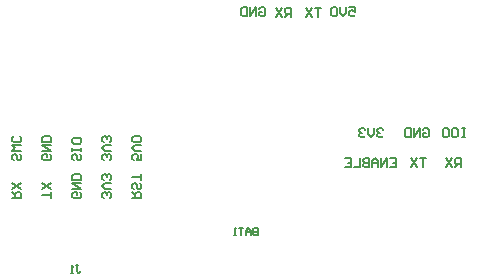
<source format=gbr>
%TF.GenerationSoftware,Altium Limited,Altium Designer,20.1.8 (145)*%
G04 Layer_Color=65535*
%FSLAX45Y45*%
%MOMM*%
%TF.SameCoordinates,106D5BB1-83B8-4C97-8579-1C7B844FC3FF*%
%TF.FilePolarity,Positive*%
%TF.FileFunction,Legend,Bot*%
%TF.Part,Single*%
G01*
G75*
%TA.AperFunction,NonConductor*%
%ADD36C,0.15240*%
%ADD37C,0.12700*%
D36*
X2586204Y2313626D02*
X2598899Y2326322D01*
X2624291D01*
X2636987Y2313626D01*
Y2262843D01*
X2624291Y2250147D01*
X2598899D01*
X2586204Y2262843D01*
Y2288234D01*
X2611595D01*
X2560812Y2250147D02*
Y2326322D01*
X2510028Y2250147D01*
Y2326322D01*
X2484636D02*
Y2250147D01*
X2446549D01*
X2433853Y2262843D01*
Y2313626D01*
X2446549Y2326322D01*
X2484636D01*
X2852899Y2247900D02*
Y2324075D01*
X2814811D01*
X2802116Y2311379D01*
Y2285988D01*
X2814811Y2273292D01*
X2852899D01*
X2827507D02*
X2802116Y2247900D01*
X2776724Y2324075D02*
X2725940Y2247900D01*
Y2324075D02*
X2776724Y2247900D01*
X3106899Y2324075D02*
X3056116D01*
X3081507D01*
Y2247900D01*
X3030724Y2324075D02*
X2979940Y2247900D01*
Y2324075D02*
X3030724Y2247900D01*
X3348204Y2326322D02*
X3398987D01*
Y2288235D01*
X3373595Y2300930D01*
X3360899D01*
X3348204Y2288235D01*
Y2262843D01*
X3360899Y2250147D01*
X3386291D01*
X3398987Y2262843D01*
X3322812Y2326322D02*
Y2275539D01*
X3297420Y2250147D01*
X3272028Y2275539D01*
Y2326322D01*
X3246636Y2313626D02*
X3233940Y2326322D01*
X3208549D01*
X3195853Y2313626D01*
Y2262843D01*
X3208549Y2250147D01*
X3233940D01*
X3246636Y2262843D01*
Y2313626D01*
X3635174Y1290486D02*
X3622478Y1303182D01*
X3597086D01*
X3584390Y1290486D01*
Y1277790D01*
X3597086Y1265094D01*
X3609782D01*
X3597086D01*
X3584390Y1252398D01*
Y1239702D01*
X3597086Y1227006D01*
X3622478D01*
X3635174Y1239702D01*
X3558998Y1303182D02*
Y1252398D01*
X3533606Y1227006D01*
X3508215Y1252398D01*
Y1303182D01*
X3482823Y1290486D02*
X3470127Y1303182D01*
X3444735D01*
X3432039Y1290486D01*
Y1277790D01*
X3444735Y1265094D01*
X3457431D01*
X3444735D01*
X3432039Y1252398D01*
Y1239702D01*
X3444735Y1227006D01*
X3470127D01*
X3482823Y1239702D01*
X3967583Y1290486D02*
X3980279Y1303182D01*
X4005671D01*
X4018367Y1290486D01*
Y1239702D01*
X4005671Y1227006D01*
X3980279D01*
X3967583Y1239702D01*
Y1265094D01*
X3992975D01*
X3942191Y1227006D02*
Y1303182D01*
X3891408Y1227006D01*
Y1303182D01*
X3866016D02*
Y1227006D01*
X3827928D01*
X3815232Y1239702D01*
Y1290486D01*
X3827928Y1303182D01*
X3866016D01*
X4328825D02*
X4303434D01*
X4316130D01*
Y1227006D01*
X4328825D01*
X4303434D01*
X4227258Y1303182D02*
X4252650D01*
X4265346Y1290486D01*
Y1239702D01*
X4252650Y1227006D01*
X4227258D01*
X4214563Y1239702D01*
Y1290486D01*
X4227258Y1303182D01*
X4189171Y1290486D02*
X4176475Y1303182D01*
X4151083D01*
X4138387Y1290486D01*
Y1239702D01*
X4151083Y1227006D01*
X4176475D01*
X4189171Y1239702D01*
Y1290486D01*
X4292894Y973106D02*
Y1049282D01*
X4254807D01*
X4242111Y1036586D01*
Y1011194D01*
X4254807Y998498D01*
X4292894D01*
X4267503D02*
X4242111Y973106D01*
X4216719Y1049282D02*
X4165936Y973106D01*
Y1049282D02*
X4216719Y973106D01*
X3992894Y1049282D02*
X3942111D01*
X3967503D01*
Y973106D01*
X3916719Y1049282D02*
X3865936Y973106D01*
Y1049282D02*
X3916719Y973106D01*
X3694462Y1049282D02*
X3745245D01*
Y973106D01*
X3694462D01*
X3745245Y1011194D02*
X3719853D01*
X3669070Y973106D02*
Y1049282D01*
X3618286Y973106D01*
Y1049282D01*
X3592895Y973106D02*
Y1023890D01*
X3567503Y1049282D01*
X3542111Y1023890D01*
Y973106D01*
Y1011194D01*
X3592895D01*
X3516719Y1049282D02*
Y973106D01*
X3478631D01*
X3465936Y985802D01*
Y998498D01*
X3478631Y1011194D01*
X3516719D01*
X3478631D01*
X3465936Y1023890D01*
Y1036586D01*
X3478631Y1049282D01*
X3516719D01*
X3440544D02*
Y973106D01*
X3389760D01*
X3313585Y1049282D02*
X3364368D01*
Y973106D01*
X3313585D01*
X3364368Y1011194D02*
X3338977D01*
X558461Y1080797D02*
X571157Y1068101D01*
Y1042709D01*
X558461Y1030013D01*
X545765D01*
X533069Y1042709D01*
Y1068101D01*
X520373Y1080797D01*
X507677D01*
X494981Y1068101D01*
Y1042709D01*
X507677Y1030013D01*
X571157Y1106189D02*
X494981D01*
X520373Y1131580D01*
X494981Y1156972D01*
X571157D01*
X558461Y1233147D02*
X571157Y1220452D01*
Y1195060D01*
X558461Y1182364D01*
X507677D01*
X494981Y1195060D01*
Y1220452D01*
X507677Y1233147D01*
X812461Y1080797D02*
X825157Y1068101D01*
Y1042709D01*
X812461Y1030013D01*
X761677D01*
X748981Y1042709D01*
Y1068101D01*
X761677Y1080797D01*
X787069D01*
Y1055405D01*
X748981Y1106189D02*
X825157D01*
X748981Y1156972D01*
X825157D01*
Y1182364D02*
X748981D01*
Y1220452D01*
X761677Y1233147D01*
X812461D01*
X825157Y1220452D01*
Y1182364D01*
X1064239Y1080797D02*
X1076935Y1068101D01*
Y1042709D01*
X1064239Y1030013D01*
X1051543D01*
X1038848Y1042709D01*
Y1068101D01*
X1026152Y1080797D01*
X1013456D01*
X1000760Y1068101D01*
Y1042709D01*
X1013456Y1030013D01*
X1076935Y1106189D02*
Y1131580D01*
Y1118884D01*
X1000760D01*
Y1106189D01*
Y1131580D01*
X1076935Y1207756D02*
Y1182364D01*
X1064239Y1169668D01*
X1013456D01*
X1000760Y1182364D01*
Y1207756D01*
X1013456Y1220451D01*
X1064239D01*
X1076935Y1207756D01*
X1320461Y1030013D02*
X1333157Y1042709D01*
Y1068101D01*
X1320461Y1080797D01*
X1307765D01*
X1295069Y1068101D01*
Y1055405D01*
Y1068101D01*
X1282373Y1080797D01*
X1269677D01*
X1256981Y1068101D01*
Y1042709D01*
X1269677Y1030013D01*
X1333157Y1106189D02*
X1282373D01*
X1256981Y1131580D01*
X1282373Y1156972D01*
X1333157D01*
X1320461Y1182364D02*
X1333157Y1195060D01*
Y1220452D01*
X1320461Y1233147D01*
X1307765D01*
X1295069Y1220452D01*
Y1207756D01*
Y1220452D01*
X1282373Y1233147D01*
X1269677D01*
X1256981Y1220452D01*
Y1195060D01*
X1269677Y1182364D01*
X1587157Y1080797D02*
Y1030013D01*
X1549069D01*
X1561765Y1055405D01*
Y1068101D01*
X1549069Y1080797D01*
X1523677D01*
X1510981Y1068101D01*
Y1042709D01*
X1523677Y1030013D01*
X1587157Y1106189D02*
X1536373D01*
X1510981Y1131580D01*
X1536373Y1156972D01*
X1587157D01*
X1574461Y1182364D02*
X1587157Y1195060D01*
Y1220452D01*
X1574461Y1233147D01*
X1523677D01*
X1510981Y1220452D01*
Y1195060D01*
X1523677Y1182364D01*
X1574461D01*
X1510172Y707898D02*
X1586347D01*
Y745986D01*
X1573651Y758682D01*
X1548260D01*
X1535564Y745986D01*
Y707898D01*
Y733290D02*
X1510172Y758682D01*
X1573651Y834857D02*
X1586347Y822161D01*
Y796770D01*
X1573651Y784074D01*
X1560955D01*
X1548260Y796770D01*
Y822161D01*
X1535564Y834857D01*
X1522868D01*
X1510172Y822161D01*
Y796770D01*
X1522868Y784074D01*
X1586347Y860249D02*
Y911032D01*
Y885641D01*
X1510172D01*
X1319651Y707898D02*
X1332347Y720594D01*
Y745986D01*
X1319651Y758682D01*
X1306955D01*
X1294260Y745986D01*
Y733290D01*
Y745986D01*
X1281564Y758682D01*
X1268868D01*
X1256172Y745986D01*
Y720594D01*
X1268868Y707898D01*
X1332347Y784074D02*
X1281564D01*
X1256172Y809465D01*
X1281564Y834857D01*
X1332347D01*
X1319651Y860249D02*
X1332347Y872945D01*
Y898337D01*
X1319651Y911032D01*
X1306955D01*
X1294260Y898337D01*
Y885641D01*
Y898337D01*
X1281564Y911032D01*
X1268868D01*
X1256172Y898337D01*
Y872945D01*
X1268868Y860249D01*
X1065651Y758682D02*
X1078347Y745986D01*
Y720594D01*
X1065651Y707898D01*
X1014868D01*
X1002172Y720594D01*
Y745986D01*
X1014868Y758682D01*
X1040260D01*
Y733290D01*
X1002172Y784074D02*
X1078347D01*
X1002172Y834857D01*
X1078347D01*
Y860249D02*
X1002172D01*
Y898337D01*
X1014868Y911032D01*
X1065651D01*
X1078347Y898337D01*
Y860249D01*
X824347Y707898D02*
Y758682D01*
Y733290D01*
X748172D01*
X824347Y784074D02*
X748172Y834857D01*
X824347D02*
X748172Y784074D01*
X494172Y707898D02*
X570347D01*
Y745986D01*
X557651Y758682D01*
X532260D01*
X519564Y745986D01*
Y707898D01*
Y733290D02*
X494172Y758682D01*
X570347Y784074D02*
X494172Y834857D01*
X570347D02*
X494172Y784074D01*
D37*
X1032004Y141357D02*
X1052318D01*
X1042161D01*
Y90573D01*
X1052318Y80416D01*
X1062474D01*
X1072631Y90573D01*
X1011691Y80416D02*
X991377D01*
X1001534D01*
Y141357D01*
X1011691Y131200D01*
X2572488Y455320D02*
Y394380D01*
X2542018D01*
X2531861Y404537D01*
Y414694D01*
X2542018Y424850D01*
X2572488D01*
X2542018D01*
X2531861Y435007D01*
Y445164D01*
X2542018Y455320D01*
X2572488D01*
X2511548Y394380D02*
Y435007D01*
X2491234Y455320D01*
X2470921Y435007D01*
Y394380D01*
Y424850D01*
X2511548D01*
X2450607Y455320D02*
X2409981D01*
X2430294D01*
Y394380D01*
X2389667D02*
X2369354D01*
X2379511D01*
Y455320D01*
X2389667Y445164D01*
%TF.MD5,7bba5192ac8197be8a8878e4841d761d*%
M02*

</source>
